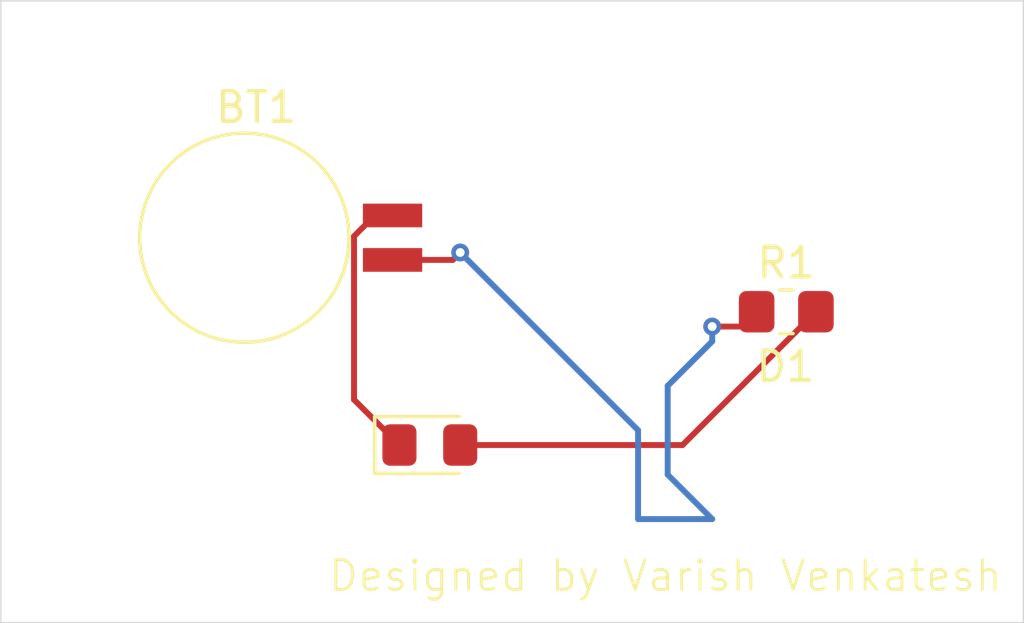
<source format=kicad_pcb>
(kicad_pcb (version 20240108) (generator "pcbnew") (generator_version "8.0")
  (title_block (title "LED") (date "2024-10-31") (rev "1.0") (company "Formula Slug"))
  (layers (0 "F.Cu" signal) (31 "B.Cu" signal) (34 "B.Paste" user) (35 "F.Paste" user) (36 "B.SilkS" user "B.Silkscreen") (37 "F.SilkS" user "F.Silkscreen") (38 "B.Mask" user) (39 "F.Mask" user) (44 "Edge.Cuts" user))
  (net 0 "")
  (net 1 "Net-(BT1--)")
  (net 2 "Net-(BT1-+)")
  (net 3 "Net-(D1-A)")
  (footprint "LED_SMD:LED_0805_2012Metric_Pad1.15x1.40mm_HandSolder" (layer "F.Cu") (at 93.975 66.5)
    (property "Reference" "D1" (at 12 -2.65 0) (layer "F.SilkS"))
    (property "Value" "LED")
    (fp_line (start -1.86 -0.96) (end -1.86 0.96) (stroke (width 0.12)) (layer "F.SilkS"))
    (fp_line (start -1.86 0.96) (end 1 0.96) (stroke (width 0.12)) (layer "F.SilkS"))
    (fp_line (start 1 -0.96) (end -1.86 -0.96) (stroke (width 0.12)) (layer "F.SilkS"))
    (pad "1" smd roundrect (at -1.025 0) (size 1.15 1.4) (layers "F.Cu" "F.Paste" "F.Mask") (roundrect_rratio 0.217391) (net 2 "Net-(BT1-+)"))
    (pad "2" smd roundrect (at 1.025 0) (size 1.15 1.4) (layers "F.Cu" "F.Paste" "F.Mask") (roundrect_rratio 0.217391) (net 3 "Net-(D1-A)"))
  )
  (footprint "Battery:BatteryHolder_Seiko_MS621F" (layer "F.Cu") (at 92.718102 59.5)
    (property "Reference" "BT1" (at -4.6 -4.4 0) (layer "F.SilkS"))
    (property "Value" "Battery_Cell")
    (fp_circle (center -5 0) (end -1.47 0) (stroke (width 0.12)) (fill none) (layer "F.SilkS"))
    (pad "1" smd rect (at 0 -0.75) (size 2 0.8) (layers "F.Cu" "F.Paste" "F.Mask") (net 2 "Net-(BT1-+)"))
    (pad "2" smd rect (at 0 0.75) (size 2 0.8) (layers "F.Cu" "F.Paste" "F.Mask") (net 1 "Net-(BT1--)"))
  )
  (footprint "Resistor_SMD:R_0805_2012Metric_Pad1.20x1.40mm_HandSolder" (layer "F.Cu") (at 106 62)
    (property "Reference" "R1" (at 0 -1.65 0) (layer "F.SilkS"))
    (property "Value" "R")
    (fp_line (start -0.227064 -0.735) (end 0.227064 -0.735) (stroke (width 0.12)) (layer "F.SilkS"))
    (fp_line (start -0.227064 0.735) (end 0.227064 0.735) (stroke (width 0.12)) (layer "F.SilkS"))
    (pad "1" smd roundrect (at -1 0) (size 1.2 1.4) (layers "F.Cu" "F.Paste" "F.Mask") (roundrect_rratio 0.208333) (net 1 "Net-(BT1--)"))
    (pad "2" smd roundrect (at 1 0) (size 1.2 1.4) (layers "F.Cu" "F.Paste" "F.Mask") (roundrect_rratio 0.208333) (net 3 "Net-(D1-A)"))
  )
  (gr_rect (start 79.5 51.5) (end 114 72.5) (stroke (width 0.05)) (fill none) (layer "Edge.Cuts"))
  (gr_text "Designed by Varish Venkatesh" (at 90.5 71.5 0) (layer "F.SilkS") (effects (font (size 1 1) (thickness 0.1)) (justify left bottom)))
  (segment (start 94.75 60.25) (end 95 60) (width 0.2) (layer "F.Cu") (net 1))
  (segment (start 103.5 62.5) (end 104.5 62.5) (width 0.2) (layer "F.Cu") (net 1))
  (segment (start 92.718102 60.25) (end 94.75 60.25) (width 0.2) (layer "F.Cu") (net 1))
  (segment (start 104.5 62.5) (end 105 62) (width 0.2) (layer "F.Cu") (net 1))
  (via (at 95 60) (size 0.6) (drill 0.3) (layers "F.Cu" "B.Cu") (net 1))
  (via (at 103.5 62.5) (size 0.6) (drill 0.3) (layers "F.Cu" "B.Cu") (net 1))
  (segment (start 95 60) (end 101 66) (width 0.2) (layer "B.Cu") (net 1))
  (segment (start 102 67.5) (end 102 64.5) (width 0.2) (layer "B.Cu") (net 1))
  (segment (start 103.5 63) (end 103.5 62.5) (width 0.2) (layer "B.Cu") (net 1))
  (segment (start 103.5 69) (end 102 67.5) (width 0.2) (layer "B.Cu") (net 1))
  (segment (start 101 66) (end 101 69) (width 0.2) (layer "B.Cu") (net 1))
  (segment (start 102 64.5) (end 103.5 63) (width 0.2) (layer "B.Cu") (net 1))
  (segment (start 101 69) (end 103.5 69) (width 0.2) (layer "B.Cu") (net 1))
  (segment (start 91.418102 64.968102) (end 92.95 66.5) (width 0.2) (layer "F.Cu") (net 2))
  (segment (start 92.718102 58.75) (end 92.118102 58.75) (width 0.2) (layer "F.Cu") (net 2))
  (segment (start 92.118102 58.75) (end 91.418102 59.45) (width 0.2) (layer "F.Cu") (net 2))
  (segment (start 91.418102 59.45) (end 91.418102 64.968102) (width 0.2) (layer "F.Cu") (net 2))
  (segment (start 95 66.5) (end 102.5 66.5) (width 0.2) (layer "F.Cu") (net 3))
  (segment (start 102.5 66.5) (end 107 62) (width 0.2) (layer "F.Cu") (net 3))
)
</source>
